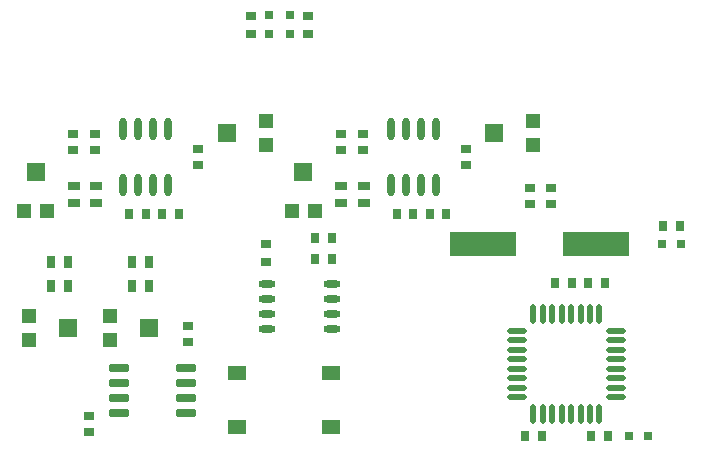
<source format=gtp>
G04 Layer_Color=8421504*
%FSLAX24Y24*%
%MOIN*%
G70*
G01*
G75*
%ADD10R,0.0354X0.0315*%
%ADD11R,0.0394X0.0315*%
%ADD12R,0.0354X0.0276*%
%ADD13R,0.0472X0.0472*%
%ADD14R,0.0630X0.0630*%
%ADD15R,0.0472X0.0472*%
%ADD16R,0.0630X0.0630*%
%ADD17R,0.2205X0.0827*%
G04:AMPARAMS|DCode=18|XSize=25.6mil|YSize=65mil|CornerRadius=1.9mil|HoleSize=0mil|Usage=FLASHONLY|Rotation=270.000|XOffset=0mil|YOffset=0mil|HoleType=Round|Shape=RoundedRectangle|*
%AMROUNDEDRECTD18*
21,1,0.0256,0.0611,0,0,270.0*
21,1,0.0218,0.0650,0,0,270.0*
1,1,0.0038,-0.0306,-0.0109*
1,1,0.0038,-0.0306,0.0109*
1,1,0.0038,0.0306,0.0109*
1,1,0.0038,0.0306,-0.0109*
%
%ADD18ROUNDEDRECTD18*%
%ADD19R,0.0315X0.0315*%
%ADD20R,0.0610X0.0512*%
%ADD21R,0.0315X0.0394*%
%ADD22R,0.0315X0.0354*%
%ADD23O,0.0217X0.0650*%
%ADD24O,0.0650X0.0217*%
%ADD25O,0.0571X0.0236*%
%ADD26O,0.0236X0.0748*%
%ADD27R,0.0315X0.0315*%
%ADD28R,0.0276X0.0354*%
D10*
X20400Y34824D02*
D03*
Y35376D02*
D03*
X31800Y39976D02*
D03*
Y39424D02*
D03*
X32500Y39976D02*
D03*
Y39424D02*
D03*
X17100Y32376D02*
D03*
Y31824D02*
D03*
X16550Y41776D02*
D03*
Y41224D02*
D03*
X17300Y41776D02*
D03*
Y41224D02*
D03*
X26224Y41776D02*
D03*
Y41224D02*
D03*
X25474Y41776D02*
D03*
Y41224D02*
D03*
D11*
X16576Y40045D02*
D03*
Y39455D02*
D03*
X17326Y39455D02*
D03*
Y40045D02*
D03*
X25500D02*
D03*
Y39455D02*
D03*
X26250Y39455D02*
D03*
Y40045D02*
D03*
D12*
X23000Y37505D02*
D03*
Y38095D02*
D03*
X20726Y40724D02*
D03*
Y41276D02*
D03*
X24400Y45105D02*
D03*
Y45695D02*
D03*
X29650Y40724D02*
D03*
Y41276D02*
D03*
X22500Y45105D02*
D03*
Y45695D02*
D03*
D13*
X14913Y39200D02*
D03*
X15700D02*
D03*
X23837Y39200D02*
D03*
X24624D02*
D03*
D14*
X15306Y40499D02*
D03*
X24231Y40499D02*
D03*
D15*
X22976Y41413D02*
D03*
Y42200D02*
D03*
X31900Y41413D02*
D03*
Y42200D02*
D03*
X15100Y35687D02*
D03*
Y34900D02*
D03*
X17800Y35687D02*
D03*
Y34900D02*
D03*
D16*
X21676Y41806D02*
D03*
X30601Y41806D02*
D03*
X16399Y35294D02*
D03*
X19099Y35294D02*
D03*
D17*
X33970Y38100D02*
D03*
X30230D02*
D03*
D18*
X18088Y33950D02*
D03*
Y33450D02*
D03*
Y32950D02*
D03*
Y32450D02*
D03*
X20312Y33950D02*
D03*
Y33450D02*
D03*
Y32950D02*
D03*
Y32450D02*
D03*
D19*
X23100Y45085D02*
D03*
Y45715D02*
D03*
X23800Y45085D02*
D03*
Y45715D02*
D03*
D20*
X22035Y33786D02*
D03*
Y32014D02*
D03*
X25165Y33786D02*
D03*
Y32014D02*
D03*
D21*
X16395Y36700D02*
D03*
X15805D02*
D03*
X18505Y37500D02*
D03*
X19095D02*
D03*
X19095Y36700D02*
D03*
X18505D02*
D03*
X15805Y37500D02*
D03*
X16395D02*
D03*
D22*
X25176Y37600D02*
D03*
X24624D02*
D03*
X25176Y38300D02*
D03*
X24624D02*
D03*
X19524Y39100D02*
D03*
X20076D02*
D03*
X28449Y39100D02*
D03*
X29000D02*
D03*
X18976Y39100D02*
D03*
X18424D02*
D03*
X27900Y39100D02*
D03*
X27349D02*
D03*
X32176Y31700D02*
D03*
X31624D02*
D03*
X32624Y36800D02*
D03*
X33176D02*
D03*
X33724D02*
D03*
X34276D02*
D03*
D23*
X34102Y35754D02*
D03*
X33787D02*
D03*
X33472D02*
D03*
X33157D02*
D03*
X32843D02*
D03*
X32528D02*
D03*
X32213D02*
D03*
X31898D02*
D03*
Y32446D02*
D03*
X32213D02*
D03*
X32528D02*
D03*
X32843D02*
D03*
X33157D02*
D03*
X33472D02*
D03*
X33787D02*
D03*
X34102D02*
D03*
D24*
X31346Y35202D02*
D03*
Y34887D02*
D03*
Y34572D02*
D03*
Y34257D02*
D03*
Y33943D02*
D03*
Y33628D02*
D03*
Y33313D02*
D03*
Y32998D02*
D03*
X34654D02*
D03*
Y33313D02*
D03*
Y33628D02*
D03*
Y33943D02*
D03*
Y34257D02*
D03*
Y34572D02*
D03*
Y34887D02*
D03*
Y35202D02*
D03*
D25*
X23027Y36750D02*
D03*
Y36250D02*
D03*
Y35750D02*
D03*
Y35250D02*
D03*
X25173Y36750D02*
D03*
Y36250D02*
D03*
Y35750D02*
D03*
Y35250D02*
D03*
D26*
X19726Y41925D02*
D03*
X19226D02*
D03*
X18726D02*
D03*
X18226D02*
D03*
X19726Y40075D02*
D03*
X19226D02*
D03*
X18726D02*
D03*
X18226D02*
D03*
X28650Y41925D02*
D03*
X28150D02*
D03*
X27650D02*
D03*
X27150D02*
D03*
X28650Y40075D02*
D03*
X28150D02*
D03*
X27650D02*
D03*
X27150D02*
D03*
D27*
X35715Y31700D02*
D03*
X35085D02*
D03*
X36185Y38100D02*
D03*
X36815D02*
D03*
D28*
X34395Y31700D02*
D03*
X33805D02*
D03*
X36795Y38700D02*
D03*
X36205D02*
D03*
M02*

</source>
